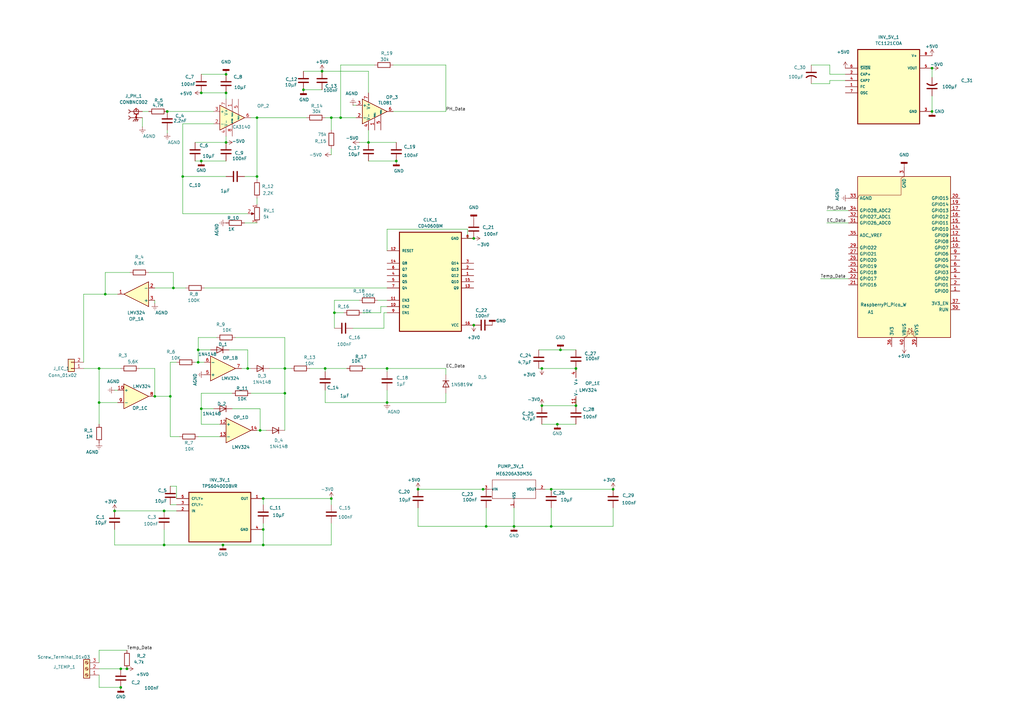
<source format=kicad_sch>
(kicad_sch (version 20250114) (generator "eeschema") (generator_version "9.0")
  (paper "A3")
  (junction (at 194.31 133.35))
  (junction (at 210.82 215.9))
  (junction (at 222.25 151.13))
  (junction (at 171.45 200.66))
  (junction (at 236.22 166.37))
  (junction (at 92.71 30.48))
  (junction (at 226.06 200.66))
  (junction (at 82.55 167.64))
  (junction (at 158.75 165.1))
  (junction (at 116.84 151.13))
  (junction (at 105.41 72.39))
  (junction (at 49.53 274.32))
  (junction (at 251.46 200.66))
  (junction (at 162.56 66.04))
  (junction (at 137.16 128.27))
  (junction (at 229.87 143.51))
  (junction (at 67.31 209.55))
  (junction (at 82.55 38.1))
  (junction (at 92.71 58.42))
  (junction (at 74.93 72.39))
  (junction (at 158.75 151.13))
  (junction (at 199.39 215.9))
  (junction (at 46.99 209.55))
  (junction (at 116.84 161.29))
  (junction (at 107.95 217.17))
  (junction (at 226.06 215.9))
  (junction (at 91.44 223.52))
  (junction (at 107.95 204.47))
  (junction (at 52.07 274.32))
  (junction (at 40.64 151.13))
  (junction (at 236.22 151.13))
  (junction (at 68.58 45.72))
  (junction (at 222.25 166.37))
  (junction (at 151.13 58.42))
  (junction (at 40.64 165.1))
  (junction (at 92.71 38.1))
  (junction (at 382.27 45.72))
  (junction (at 139.7 48.26))
  (junction (at 101.6 151.13))
  (junction (at 132.08 29.21))
  (junction (at 198.12 200.66))
  (junction (at 43.18 120.65))
  (junction (at 105.41 48.26))
  (junction (at 71.12 118.11))
  (junction (at 135.89 48.26))
  (junction (at 67.31 223.52))
  (junction (at 82.55 66.04))
  (junction (at 133.35 151.13))
  (junction (at 228.6 173.99))
  (junction (at 124.46 36.83))
  (junction (at 107.95 223.52))
  (junction (at 194.31 97.79))
  (junction (at 63.5 162.56))
  (junction (at 81.28 148.59))
  (junction (at 69.85 162.56))
  (junction (at 382.27 27.94))
  (junction (at 135.89 204.47))
  (junction (at 106.68 176.53))
  (junction (at 81.28 143.51))
  (junction (at 49.53 281.94))
  (wire (pts (xy 191.77 97.79) (xy 191.77 93.98)))
  (wire (pts (xy 71.12 118.11) (xy 71.12 111.76)))
  (wire (pts (xy 339.09 91.44) (xy 347.98 91.44)))
  (wire (pts (xy 34.29 151.13) (xy 40.64 151.13)))
  (wire (pts (xy 109.22 176.53) (xy 106.68 176.53)))
  (wire (pts (xy 74.93 87.63) (xy 101.6 87.63)))
  (wire (pts (xy 92.71 30.48) (xy 82.55 30.48)))
  (wire (pts (xy 210.82 215.9) (xy 210.82 208.28)))
  (wire (pts (xy 81.28 138.43) (xy 81.28 143.51)))
  (wire (pts (xy 133.35 48.26) (xy 135.89 48.26)))
  (wire (pts (xy 74.93 50.8) (xy 74.93 72.39)))
  (wire (pts (xy 228.6 173.99) (xy 236.22 173.99)))
  (wire (pts (xy 93.98 143.51) (xy 101.6 143.51)))
  (wire (pts (xy 105.41 48.26) (xy 105.41 72.39)))
  (wire (pts (xy 251.46 215.9) (xy 251.46 208.28)))
  (wire (pts (xy 83.82 148.59) (xy 81.28 148.59)))
  (wire (pts (xy 220.98 151.13) (xy 222.25 151.13)))
  (wire (pts (xy 90.17 173.99) (xy 82.55 173.99)))
  (wire (pts (xy 73.66 179.07) (xy 69.85 179.07)))
  (wire (pts (xy 135.89 204.47) (xy 107.95 204.47)))
  (wire (pts (xy 69.85 207.01) (xy 72.39 207.01)))
  (wire (pts (xy 100.33 91.44) (xy 105.41 91.44)))
  (wire (pts (xy 156.21 128.27) (xy 156.21 125.73)))
  (wire (pts (xy 222.25 151.13) (xy 236.22 151.13)))
  (wire (pts (xy 133.35 160.02) (xy 133.35 165.1)))
  (wire (pts (xy 116.84 138.43) (xy 116.84 151.13)))
  (wire (pts (xy 107.95 223.52) (xy 135.89 223.52)))
  (wire (pts (xy 48.26 165.1) (xy 40.64 165.1)))
  (wire (pts (xy 81.28 148.59) (xy 81.28 143.51)))
  (wire (pts (xy 49.53 151.13) (xy 40.64 151.13)))
  (wire (pts (xy 40.64 281.94) (xy 49.53 281.94)))
  (wire (pts (xy 149.86 151.13) (xy 158.75 151.13)))
  (wire (pts (xy 226.06 215.9) (xy 251.46 215.9)))
  (wire (pts (xy 156.21 125.73) (xy 158.75 125.73)))
  (wire (pts (xy 226.06 200.66) (xy 251.46 200.66)))
  (wire (pts (xy 222.25 166.37) (xy 236.22 166.37)))
  (wire (pts (xy 40.64 271.78) (xy 40.64 266.7)))
  (wire (pts (xy 82.55 173.99) (xy 82.55 167.64)))
  (wire (pts (xy 53.34 111.76) (xy 43.18 111.76)))
  (wire (pts (xy 74.93 72.39) (xy 74.93 87.63)))
  (wire (pts (xy 101.6 143.51) (xy 101.6 151.13)))
  (wire (pts (xy 105.41 48.26) (xy 125.73 48.26)))
  (wire (pts (xy 199.39 215.9) (xy 210.82 215.9)))
  (wire (pts (xy 135.89 48.26) (xy 139.7 48.26)))
  (wire (pts (xy 151.13 29.21) (xy 151.13 38.1)))
  (wire (pts (xy 82.55 66.04) (xy 92.71 66.04)))
  (wire (pts (xy 148.59 128.27) (xy 156.21 128.27)))
  (wire (pts (xy 124.46 29.21) (xy 132.08 29.21)))
  (wire (pts (xy 49.53 274.32) (xy 52.07 274.32)))
  (wire (pts (xy 154.94 123.19) (xy 158.75 123.19)))
  (wire (pts (xy 68.58 53.34) (xy 68.58 54.61)))
  (wire (pts (xy 72.39 204.47) (xy 72.39 199.39)))
  (wire (pts (xy 139.7 26.67) (xy 153.67 26.67)))
  (wire (pts (xy 158.75 151.13) (xy 182.88 151.13)))
  (wire (pts (xy 220.98 143.51) (xy 229.87 143.51)))
  (wire (pts (xy 346.71 33.02) (xy 340.36 33.02)))
  (wire (pts (xy 40.64 165.1) (xy 40.64 173.99)))
  (wire (pts (xy 199.39 215.9) (xy 199.39 208.28)))
  (wire (pts (xy 107.95 204.47) (xy 107.95 207.01)))
  (wire (pts (xy 236.22 152.4) (xy 236.22 151.13)))
  (wire (pts (xy 182.88 161.29) (xy 182.88 165.1)))
  (wire (pts (xy 223.52 200.66) (xy 226.06 200.66)))
  (wire (pts (xy 92.71 38.1) (xy 92.71 40.64)))
  (wire (pts (xy 46.99 209.55) (xy 67.31 209.55)))
  (wire (pts (xy 158.75 102.87) (xy 158.75 93.98)))
  (wire (pts (xy 46.99 160.02) (xy 48.26 160.02)))
  (wire (pts (xy 133.35 151.13) (xy 142.24 151.13)))
  (wire (pts (xy 46.99 217.17) (xy 46.99 223.52)))
  (wire (pts (xy 382.27 27.94) (xy 382.27 31.75)))
  (wire (pts (xy 74.93 72.39) (xy 92.71 72.39)))
  (wire (pts (xy 46.99 223.52) (xy 67.31 223.52)))
  (wire (pts (xy 140.97 128.27) (xy 137.16 128.27)))
  (wire (pts (xy 171.45 215.9) (xy 199.39 215.9)))
  (wire (pts (xy 67.31 217.17) (xy 67.31 223.52)))
  (wire (pts (xy 151.13 58.42) (xy 162.56 58.42)))
  (wire (pts (xy 92.71 55.88) (xy 92.71 58.42)))
  (wire (pts (xy 116.84 151.13) (xy 119.38 151.13)))
  (wire (pts (xy 101.6 151.13) (xy 99.06 151.13)))
  (wire (pts (xy 80.01 58.42) (xy 92.71 58.42)))
  (wire (pts (xy 158.75 93.98) (xy 191.77 93.98)))
  (wire (pts (xy 139.7 48.26) (xy 139.7 26.67)))
  (wire (pts (xy 63.5 124.46) (xy 63.5 123.19)))
  (wire (pts (xy 340.36 26.67) (xy 332.74 26.67)))
  (wire (pts (xy 151.13 53.34) (xy 151.13 58.42)))
  (wire (pts (xy 69.85 148.59) (xy 72.39 148.59)))
  (wire (pts (xy 340.36 34.29) (xy 332.74 34.29)))
  (wire (pts (xy 63.5 162.56) (xy 63.5 151.13)))
  (wire (pts (xy 72.39 199.39) (xy 69.85 199.39)))
  (wire (pts (xy 34.29 120.65) (xy 34.29 148.59)))
  (wire (pts (xy 43.18 120.65) (xy 48.26 120.65)))
  (wire (pts (xy 147.32 58.42) (xy 151.13 58.42)))
  (wire (pts (xy 137.16 134.62) (xy 137.16 128.27)))
  (wire (pts (xy 43.18 120.65) (xy 34.29 120.65)))
  (wire (pts (xy 81.28 179.07) (xy 90.17 179.07)))
  (wire (pts (xy 107.95 214.63) (xy 107.95 217.17)))
  (wire (pts (xy 222.25 173.99) (xy 228.6 173.99)))
  (wire (pts (xy 102.87 48.26) (xy 105.41 48.26)))
  (wire (pts (xy 101.6 151.13) (xy 102.87 151.13)))
  (wire (pts (xy 102.87 161.29) (xy 116.84 161.29)))
  (wire (pts (xy 63.5 118.11) (xy 71.12 118.11)))
  (wire (pts (xy 67.31 209.55) (xy 72.39 209.55)))
  (wire (pts (xy 127 151.13) (xy 133.35 151.13)))
  (wire (pts (xy 106.68 176.53) (xy 105.41 176.53)))
  (wire (pts (xy 199.39 200.66) (xy 198.12 200.66)))
  (wire (pts (xy 124.46 36.83) (xy 132.08 36.83)))
  (wire (pts (xy 135.89 214.63) (xy 135.89 223.52)))
  (wire (pts (xy 116.84 151.13) (xy 116.84 161.29)))
  (wire (pts (xy 71.12 111.76) (xy 60.96 111.76)))
  (wire (pts (xy 182.88 151.13) (xy 182.88 153.67)))
  (wire (pts (xy 161.29 26.67) (xy 182.88 26.67)))
  (wire (pts (xy 74.93 50.8) (xy 87.63 50.8)))
  (wire (pts (xy 157.48 134.62) (xy 157.48 128.27)))
  (wire (pts (xy 210.82 215.9) (xy 226.06 215.9)))
  (wire (pts (xy 82.55 161.29) (xy 82.55 167.64)))
  (wire (pts (xy 82.55 167.64) (xy 87.63 167.64)))
  (wire (pts (xy 382.27 39.37) (xy 382.27 45.72)))
  (wire (pts (xy 63.5 151.13) (xy 57.15 151.13)))
  (wire (pts (xy 161.29 45.72) (xy 182.88 45.72)))
  (wire (pts (xy 171.45 200.66) (xy 198.12 200.66)))
  (wire (pts (xy 71.12 118.11) (xy 76.2 118.11)))
  (wire (pts (xy 83.82 118.11) (xy 158.75 118.11)))
  (wire (pts (xy 182.88 26.67) (xy 182.88 45.72)))
  (wire (pts (xy 40.64 274.32) (xy 49.53 274.32)))
  (wire (pts (xy 43.18 111.76) (xy 43.18 120.65)))
  (wire (pts (xy 91.44 223.52) (xy 107.95 223.52)))
  (wire (pts (xy 226.06 215.9) (xy 226.06 208.28)))
  (wire (pts (xy 82.55 161.29) (xy 95.25 161.29)))
  (wire (pts (xy 116.84 151.13) (xy 110.49 151.13)))
  (wire (pts (xy 40.64 266.7) (xy 52.07 266.7)))
  (wire (pts (xy 229.87 143.51) (xy 236.22 143.51)))
  (wire (pts (xy 144.78 43.18) (xy 146.05 43.18)))
  (wire (pts (xy 144.78 134.62) (xy 157.48 134.62)))
  (wire (pts (xy 81.28 148.59) (xy 80.01 148.59)))
  (wire (pts (xy 191.77 97.79) (xy 194.31 97.79)))
  (wire (pts (xy 81.28 143.51) (xy 86.36 143.51)))
  (wire (pts (xy 133.35 151.13) (xy 133.35 152.4)))
  (wire (pts (xy 40.64 151.13) (xy 40.64 165.1)))
  (wire (pts (xy 132.08 29.21) (xy 151.13 29.21)))
  (wire (pts (xy 68.58 45.72) (xy 87.63 45.72)))
  (wire (pts (xy 236.22 163.83) (xy 236.22 166.37)))
  (wire (pts (xy 58.42 45.72) (xy 60.96 45.72)))
  (wire (pts (xy 69.85 162.56) (xy 69.85 179.07)))
  (wire (pts (xy 146.05 48.26) (xy 139.7 48.26)))
  (wire (pts (xy 135.89 48.26) (xy 135.89 53.34)))
  (wire (pts (xy 151.13 66.04) (xy 162.56 66.04)))
  (wire (pts (xy 340.36 30.48) (xy 340.36 26.67)))
  (wire (pts (xy 147.32 123.19) (xy 137.16 123.19)))
  (wire (pts (xy 135.89 207.01) (xy 135.89 204.47)))
  (wire (pts (xy 107.95 223.52) (xy 107.95 217.17)))
  (wire (pts (xy 137.16 128.27) (xy 137.16 123.19)))
  (wire (pts (xy 157.48 128.27) (xy 158.75 128.27)))
  (wire (pts (xy 63.5 162.56) (xy 69.85 162.56)))
  (wire (pts (xy 106.68 167.64) (xy 106.68 176.53)))
  (wire (pts (xy 69.85 148.59) (xy 69.85 162.56)))
  (wire (pts (xy 158.75 165.1) (xy 182.88 165.1)))
  (wire (pts (xy 105.41 73.66) (xy 105.41 72.39)))
  (wire (pts (xy 105.41 81.28) (xy 105.41 83.82)))
  (wire (pts (xy 339.09 86.36) (xy 347.98 86.36)))
  (wire (pts (xy 116.84 161.29) (xy 116.84 176.53)))
  (wire (pts (xy 100.33 72.39) (xy 105.41 72.39)))
  (wire (pts (xy 336.55 114.3) (xy 347.98 114.3)))
  (wire (pts (xy 158.75 151.13) (xy 158.75 152.4)))
  (wire (pts (xy 133.35 165.1) (xy 158.75 165.1)))
  (wire (pts (xy 40.64 276.86) (xy 40.64 281.94)))
  (wire (pts (xy 135.89 60.96) (xy 135.89 63.5)))
  (wire (pts (xy 91.44 223.52) (xy 67.31 223.52)))
  (wire (pts (xy 95.25 167.64) (xy 106.68 167.64)))
  (wire (pts (xy 158.75 160.02) (xy 158.75 165.1)))
  (wire (pts (xy 82.55 38.1) (xy 92.71 38.1)))
  (wire (pts (xy 340.36 33.02) (xy 340.36 34.29)))
  (wire (pts (xy 81.28 138.43) (xy 88.9 138.43)))
  (wire (pts (xy 96.52 138.43) (xy 116.84 138.43)))
  (wire (pts (xy 80.01 66.04) (xy 82.55 66.04)))
  (wire (pts (xy 346.71 30.48) (xy 340.36 30.48)))
  (wire (pts (xy 171.45 215.9) (xy 171.45 208.28)))
  (wire (pts (xy 58.42 52.07) (xy 58.42 48.26)))
  (label "EC_Data" (at 182.88 151.13 0))
  (label "Temp_Data" (at 336.55 114.3 0))
  (label "PH_Data" (at 339.09 86.36 0))
  (label "PH_Data" (at 182.88 45.72 0))
  (label "Temp_Data" (at 52.07 266.7 0))
  (label "EC_Data" (at 339.09 91.44 0))
  (symbol (lib_id "Library:C") (at 194.31 93.98 0) (mirror x) (unit 1)
    (property "Reference" "C_21" (at 197.866 93.218 0) (effects (justify left)))
    (property "Value" "100nF" (at 198.374 96.012 0) (effects (justify left)))
    (property "Footprint" "Capacitor_SMD:C_0402_1005Metric" (effects (hide yes)))
    (property "Description" "Unpolarized capacitor" (effects (hide yes)))
    (property "LCSC" "C1525" (effects (hide yes)))
  )
  (symbol (lib_id "Library:PMIC-LDO-XC6206P332MR-G(SOT23)") (at 210.82 200.66 0) (unit 1)
    (property "Reference" "PUMP_3V_1" (at 209.55 191.262 0))
    (property "Value" "ME6206A30M3G" (at 210.82 194.31 0))
    (property "Footprint" "Package_TO_SOT_SMD:SOT-23" (effects (hide yes)))
    (property "MPN" "XC6206P332MR-G" (effects (hide yes)))
    (property "VALUE" "XC6206P332MR-G-SOT23" (effects (hide yes)))
    (property "LCSC" "C487911" (effects (hide yes)))
  )
  (symbol (lib_id "Library:C") (at 80.01 62.23 0) (unit 1)
    (property "Reference" "C_6" (at 81.788 59.69 0) (effects (justify left)))
    (property "Value" "10µF" (at 83.058 64.008 0) (effects (justify left)))
    (property "Footprint" "Capacitor_SMD:C_0201_0603Metric" (effects (hide yes)))
    (property "Description" "Unpolarized capacitor" (effects (hide yes)))
    (property "LCSC" "C1691" (effects (hide yes)))
  )
  (symbol (lib_id "Library:GNDD") (at 92.71 30.48 180) (unit 1)
    (property "Reference" "#PWR055" (effects (hide yes)))
    (property "Value" "GND" (at 92.71 25.4 0))
    (property "Description" "Power symbol creates a global label with name \"GNDD\" , digital ground" (effects (hide yes)))
  )
  (symbol (lib_id "Library:TC1121COA") (at 364.49 35.56 0) (unit 1)
    (property "Reference" "INV_5V_1" (at 364.49 15.24 0))
    (property "Value" "TC1121COA" (at 364.49 17.78 0))
    (property "Footprint" "TC1121COA:SOIC127P599X175-8N" (effects (hide yes)))
    (property "MF" "Microchip" (effects (hide yes)))
    (property "Description_1" "Charge Pump Switching Regulator IC Negative Fixed -Vin 1 Output 100mA 8-SOIC (0.154, 3.90mm Width)" (effects (hide yes)))
    (property "Package" "SOIC-8 Microchip" (effects (hide yes)))
    (property "Price" "None" (effects (hide yes)))
    (property "SnapEDA_Link" "https://www.snapeda.com/parts/TC1121COA/Microchip+Technology/view-part/?ref=snap" (effects (hide yes)))
    (property "MP" "TC1121COA" (effects (hide yes)))
    (property "Availability" "In Stock" (effects (hide yes)))
    (property "Check_prices" "https://www.snapeda.com/parts/TC1121COA/Microchip+Technology/view-part/?ref=eda" (effects (hide yes)))
    (property "LCSC" "C27529401" (effects (hide yes)))
  )
  (symbol (lib_id "Library:GNDD") (at 210.82 215.9 0) (unit 1)
    (property "Reference" "#PWR042" (effects (hide yes)))
    (property "Value" "GND" (at 210.82 219.71 0))
    (property "Description" "Power symbol creates a global label with name \"GNDD\" , digital ground" (effects (hide yes)))
  )
  (symbol (lib_id "Library:CD4060BM") (at 176.53 115.57 0) (mirror x) (unit 1)
    (property "Reference" "CLK_1" (at 176.53 90.17 0))
    (property "Value" "CD4060BM" (at 176.53 92.71 0))
    (property "Footprint" "CD4060BM:SOIC127P600X175-16N" (effects (hide yes)))
    (property "MF" "Texas Instruments" (effects (hide yes)))
    (property "Description_1" "CMOS 14-Stage Ripple-Carry Binary Counter/Divider and Oscillator" (effects (hide yes)))
    (property "Package" "SOIC-16 Texas Instruments" (effects (hide yes)))
    (property "Price" "None" (effects (hide yes)))
    (property "SnapEDA_Link" "https://www.snapeda.com/parts/CD4060BM/Texas+Instruments/view-part/?ref=snap" (effects (hide yes)))
    (property "MP" "CD4060BM" (effects (hide yes)))
    (property "Availability" "In Stock" (effects (hide yes)))
    (property "Check_prices" "https://www.snapeda.com/parts/CD4060BM/Texas+Instruments/view-part/?ref=eda" (effects (hide yes)))
    (property "LCSC" "C555139 " (effects (hide yes)))
  )
  (symbol (lib_id "Library:+3V0") (at 251.46 200.66 0) (mirror y) (unit 1)
    (property "Reference" "#PWR034" (effects (hide yes)))
    (property "Value" "+3V0" (at 247.142 196.85 0) (effects (justify right)))
    (property "Description" "Power symbol creates a global label with name \"+3V0\"" (effects (hide yes)))
  )
  (symbol (lib_id "Library:R") (at 96.52 91.44 90) (mirror x) (unit 1)
    (property "Reference" "R_10" (at 98.044 89.408 90) (effects (justify left)))
    (property "Value" "1K" (at 96.266 93.98 90) (effects (justify left)))
    (property "Footprint" "Resistor_SMD:R_1206_3216Metric" (effects (hide yes)))
    (property "Description" "Resistor" (effects (hide yes)))
    (property "LCSC" "C1469" (effects (hide yes)))
  )
  (symbol (lib_id "Library:R") (at 135.89 57.15 180) (unit 1)
    (property "Reference" "R_15" (at 129.032 57.912 0) (effects (justify right)))
    (property "Value" "75k" (at 130.302 55.118 0) (effects (justify right)))
    (property "Footprint" "Resistor_SMD:R_0805_2012Metric" (effects (hide yes)))
    (property "Description" "Resistor" (effects (hide yes)))
    (property "LCSC" "C17819" (effects (hide yes)))
  )
  (symbol (lib_name "R_1") (lib_id "Library:R_1") (at 64.77 45.72 90) (unit 1)
    (property "Reference" "R_5" (at 63.246 41.148 90) (effects (justify right)))
    (property "Value" "4,7M" (at 62.484 43.18 90) (effects (justify right)))
    (property "Footprint" "Resistor_SMD:R_0402_1005Metric" (effects (hide yes)))
    (property "Description" "Resistor" (effects (hide yes)))
    (property "LCSC" "C11906" (effects (hide yes)))
  )
  (symbol (lib_id "Library:Earth") (at 158.75 165.1 0) (unit 1)
    (property "Reference" "#PWR039" (effects (hide yes)))
    (property "Value" "AGND" (at 161.544 168.91 0))
    (property "Description" "Power symbol creates a global label with name \"Earth\"" (effects (hide yes)))
  )
  (symbol (lib_id "Library:LMV324") (at 238.76 158.75 0) (unit 5)
    (property "Reference" "OP_1" (at 240.03 157.226 0) (effects (justify left)))
    (property "Value" "LMV324" (at 237.49 160.0199 0) (effects (justify left)))
    (property "Footprint" "LMV324IDR:SOIC127P600X175-14N" (effects (hide yes)))
    (property "Datasheet" "http://www.ti.com/lit/ds/symlink/lmv324.pdf" (effects (hide yes)))
    (property "Description" "Quad Low-Voltage Rail-to-Rail Output Operational Amplifier, SOIC-14/SSOP-14" (effects (hide yes)))
    (property "LCSC" "C7974" (effects (hide yes)))
  )
  (symbol (lib_id "Library:GNDD") (at 370.84 68.58 180) (unit 1)
    (property "Reference" "#PWR033" (effects (hide yes)))
    (property "Value" "GND" (at 370.84 63.5 0))
    (property "Description" "Power symbol creates a global label with name \"GNDD\" , digital ground" (effects (hide yes)))
  )
  (symbol (lib_id "Library:C") (at 140.97 134.62 90) (mirror x) (unit 1)
    (property "Reference" "C_16" (at 147.828 138.43 90) (effects (justify left)))
    (property "Value" "100nF" (at 144.272 141.224 90) (effects (justify left)))
    (property "Footprint" "Capacitor_SMD:C_0402_1005Metric" (effects (hide yes)))
    (property "Description" "Unpolarized capacitor" (effects (hide yes)))
    (property "LCSC" "C1525" (effects (hide yes)))
  )
  (symbol (lib_id "Library:GNDD") (at 228.6 173.99 0) (unit 1)
    (property "Reference" "#PWR036" (effects (hide yes)))
    (property "Value" "GND" (at 228.6 177.8 0))
    (property "Description" "Power symbol creates a global label with name \"GNDD\" , digital ground" (effects (hide yes)))
  )
  (symbol (lib_id "Library:1N4148") (at 90.17 143.51 180) (unit 1)
    (property "Reference" "D_1" (at 91.44 141.224 0))
    (property "Value" "1N4148" (at 85.09 145.288 0))
    (property "Footprint" "Diode_SMD:D_SOD-123" (effects (hide yes)))
    (property "Datasheet" "https://assets.nexperia.com/documents/data-sheet/1N4148_1N4448.pdf" (effects (hide yes)))
    (property "Description" "100V 0.15A standard switching diode, DO-35" (effects (hide yes)))
    (property "Sim.Device" "D" (effects (hide yes)))
    (property "Sim.Pins" "1=K 2=A" (effects (hide yes)))
    (property "LCSC" "C2099 " (effects (hide yes)))
  )
  (symbol (lib_id "Library:R") (at 77.47 179.07 90) (unit 1)
    (property "Reference" "R_7" (at 77.47 181.61 90))
    (property "Value" "10K" (at 77.724 184.15 90))
    (property "Footprint" "Resistor_SMD:R_1206_3216Metric" (effects (hide yes)))
    (property "Description" "Resistor" (effects (hide yes)))
    (property "LCSC" "C1489" (effects (hide yes)))
  )
  (symbol (lib_id "Library:C") (at 132.08 33.02 0) (unit 1)
    (property "Reference" "C_13" (at 133.35 35.306 0) (effects (justify left)))
    (property "Value" "100nF" (at 132.588 37.084 0) (effects (justify left)))
    (property "Footprint" "Capacitor_SMD:C_0402_1005Metric" (effects (hide yes)))
    (property "Description" "Unpolarized capacitor" (effects (hide yes)))
    (property "LCSC" "C1525" (effects (hide yes)))
  )
  (symbol (lib_id "Library:R") (at 92.71 138.43 90) (unit 1)
    (property "Reference" "R_9" (at 88.646 133.096 90) (effects (justify right)))
    (property "Value" "10K" (at 91.186 135.382 90) (effects (justify right)))
    (property "Footprint" "Resistor_SMD:R_1206_3216Metric" (effects (hide yes)))
    (property "Description" "Resistor" (effects (hide yes)))
    (property "LCSC" "C1489" (effects (hide yes)))
  )
  (symbol (lib_id "Library:C") (at 251.46 204.47 0) (unit 1)
    (property "Reference" "C_29" (at 255.27 203.2 0) (effects (justify left)))
    (property "Value" "100nF" (at 255.016 206.248 0) (effects (justify left)))
    (property "Footprint" "Capacitor_SMD:C_0402_1005Metric" (effects (hide yes)))
    (property "Description" "Unpolarized capacitor" (effects (hide yes)))
    (property "LCSC" "C1525" (effects (hide yes)))
  )
  (symbol (lib_id "Library:+3V0") (at 52.07 274.32 270) (mirror x) (unit 1)
    (property "Reference" "#PWR02" (effects (hide yes)))
    (property "Value" "+5V0" (at 58.42 276.606 90))
    (property "Description" "Power symbol creates a global label with name \"+3V0\"" (effects (hide yes)))
  )
  (symbol (lib_id "Library:C") (at 135.89 210.82 0) (unit 1)
    (property "Reference" "C_15" (at 138.938 208.28 0) (effects (justify left)))
    (property "Value" "100nF" (at 138.684 212.09 0) (effects (justify left)))
    (property "Footprint" "Capacitor_SMD:C_0402_1005Metric" (effects (hide yes)))
    (property "Description" "Unpolarized capacitor" (effects (hide yes)))
    (property "LCSC" "C1525" (effects (hide yes)))
  )
  (symbol (lib_id "Library:C") (at 69.85 203.2 0) (unit 1)
    (property "Reference" "C_5" (at 64.77 201.168 0) (effects (justify left)))
    (property "Value" "10µF" (at 63.5 205.486 0) (effects (justify left)))
    (property "Footprint" "Capacitor_SMD:C_0201_0603Metric" (effects (hide yes)))
    (property "Description" "Unpolarized capacitor" (effects (hide yes)))
    (property "LCSC" "C1691" (effects (hide yes)))
  )
  (symbol (lib_id "Library:GNDD") (at 382.27 45.72 0) (unit 1)
    (property "Reference" "#PWR015" (effects (hide yes)))
    (property "Value" "GND" (at 387.35 45.72 0) (effects (justify right)))
    (property "Description" "Power symbol creates a global label with name \"GNDD\" , digital ground" (effects (hide yes)))
  )
  (symbol (lib_id "Library:+5V") (at 147.32 58.42 90) (unit 1)
    (property "Reference" "#PWR028" (effects (hide yes)))
    (property "Value" "-5V0" (at 147.066 56.642 90) (effects (justify left)))
    (property "Description" "Power symbol creates a global label with name \"+5V\"" (effects (hide yes)))
  )
  (symbol (lib_id "Library:LMV324") (at 91.44 151.13 0) (mirror x) (unit 2)
    (property "Reference" "OP_1" (at 94.488 146.812 0))
    (property "Value" "LMV324" (at 94.488 155.194 0))
    (property "Footprint" "LMV324IDR:SOIC127P600X175-14N" (effects (hide yes)))
    (property "Datasheet" "http://www.ti.com/lit/ds/symlink/lmv324.pdf" (effects (hide yes)))
    (property "Description" "Quad Low-Voltage Rail-to-Rail Output Operational Amplifier, SOIC-14/SSOP-14" (effects (hide yes)))
    (property "LCSC" "C7974" (effects (hide yes)))
  )
  (symbol (lib_id "Library:Earth") (at 63.5 124.46 0) (unit 1)
    (property "Reference" "#PWR014" (effects (hide yes)))
    (property "Value" "AGND" (at 66.294 128.27 0))
    (property "Description" "Power symbol creates a global label with name \"Earth\"" (effects (hide yes)))
  )
  (symbol (lib_id "Library:R") (at 151.13 123.19 90) (mirror x) (unit 1)
    (property "Reference" "R_18" (at 144.78 119.38 90) (effects (justify right)))
    (property "Value" "100K" (at 148.59 121.92 90) (effects (justify right bottom)))
    (property "Footprint" "Resistor_SMD:R_0603_1608Metric" (effects (hide yes)))
    (property "Description" "Resistor" (effects (hide yes)))
    (property "LCSC" "C14675" (effects (hide yes)))
  )
  (symbol (lib_id "Library:GNDD") (at 124.46 36.83 0) (unit 1)
    (property "Reference" "#PWR023" (effects (hide yes)))
    (property "Value" "GND" (at 122.682 40.894 0) (effects (justify left)))
    (property "Description" "Power symbol creates a global label with name \"GNDD\" , digital ground" (effects (hide yes)))
  )
  (symbol (lib_id "Library:GNDD") (at 162.56 66.04 0) (unit 1)
    (property "Reference" "#PWR058" (effects (hide yes)))
    (property "Value" "GND" (at 161.544 70.104 0) (effects (justify left)))
    (property "Description" "Power symbol creates a global label with name \"GNDD\" , digital ground" (effects (hide yes)))
  )
  (symbol (lib_id "Library:C_US") (at 332.74 30.48 0) (unit 1)
    (property "Reference" "C_30" (at 325.628 27.686 0) (effects (justify left)))
    (property "Value" "100µF" (at 323.342 31.496 0) (effects (justify left)))
    (property "Footprint" "TAJC106K010RNJ:CAPPM6032X280N" (effects (hide yes)))
    (property "Description" "capacitor, US symbol" (effects (hide yes)))
    (property "LCSC" "C7222" (effects (hide yes)))
  )
  (symbol (lib_id "Library:C") (at 133.35 156.21 0) (unit 1)
    (property "Reference" "C_14" (at 134.112 159.004 0) (effects (justify left)))
    (property "Value" "1µF" (at 139.446 162.306 0) (effects (justify left)))
    (property "Footprint" "Capacitor_SMD:C_0201_0603Metric" (effects (hide yes)))
    (property "Description" "Unpolarized capacitor" (effects (hide yes)))
    (property "LCSC" "C1592 " (effects (hide yes)))
  )
  (symbol (lib_id "Library:C") (at 67.31 213.36 0) (unit 1)
    (property "Reference" "C_3" (at 60.452 212.09 0) (effects (justify left)))
    (property "Value" "100nF" (at 58.928 214.884 0) (effects (justify left)))
    (property "Footprint" "Capacitor_SMD:C_0402_1005Metric" (effects (hide yes)))
    (property "Description" "Unpolarized capacitor" (effects (hide yes)))
    (property "LCSC" "C1525" (effects (hide yes)))
  )
  (symbol (lib_id "Library:+5V") (at 370.84 142.24 180) (unit 1)
    (property "Reference" "#PWR03" (effects (hide yes)))
    (property "Value" "+5V0" (at 368.046 146.05 0) (effects (justify right)))
    (property "Description" "Power symbol creates a global label with name \"+5V\"" (effects (hide yes)))
  )
  (symbol (lib_id "Library:R") (at 53.34 151.13 90) (mirror x) (unit 1)
    (property "Reference" "R_3" (at 48.514 145.796 90) (effects (justify right)))
    (property "Value" "5,6K" (at 52.324 148.336 90) (effects (justify right)))
    (property "Footprint" "Resistor_SMD:R_0805_2012Metric" (effects (hide yes)))
    (property "Description" "Resistor" (effects (hide yes)))
    (property "LCSC" "C4382" (effects (hide yes)))
  )
  (symbol (lib_id "Library:C") (at 92.71 62.23 0) (unit 1)
    (property "Reference" "C_9" (at 96.266 62.738 0) (effects (justify left)))
    (property "Value" "100nF" (at 95.25 65.024 0) (effects (justify left)))
    (property "Footprint" "Capacitor_SMD:C_0402_1005Metric" (effects (hide yes)))
    (property "Description" "Unpolarized capacitor" (effects (hide yes)))
    (property "LCSC" "C1525" (effects (hide yes)))
  )
  (symbol (lib_id "Library:GNDD") (at 82.55 66.04 0) (unit 1)
    (property "Reference" "#PWR010" (effects (hide yes)))
    (property "Value" "GND" (at 82.55 69.85 0))
    (property "Description" "Power symbol creates a global label with name \"GNDD\" , digital ground" (effects (hide yes)))
  )
  (symbol (lib_id "Library:+5V") (at 382.27 22.86 0) (unit 1)
    (property "Reference" "#PWR04" (effects (hide yes)))
    (property "Value" "+5V0" (at 384.81 19.05 0) (effects (justify right)))
    (property "Description" "Power symbol creates a global label with name \"+5V\"" (effects (hide yes)))
  )
  (symbol (lib_id "Library:LMV324") (at 55.88 120.65 180) (unit 1)
    (property "Reference" "OP_1" (at 55.88 130.81 0))
    (property "Value" "LMV324" (at 55.88 128.27 0))
    (property "Footprint" "LMV324IDR:SOIC127P600X175-14N" (effects (hide yes)))
    (property "Datasheet" "http://www.ti.com/lit/ds/symlink/lmv324.pdf" (effects (hide yes)))
    (property "Description" "Quad Low-Voltage Rail-to-Rail Output Operational Amplifier, SOIC-14/SSOP-14" (effects (hide yes)))
    (property "LCSC" "C7974" (effects (hide yes)))
  )
  (symbol (lib_id "Library:CA3140") (at 95.25 48.26 0) (unit 1)
    (property "Reference" "OP_2" (at 107.95 43.434 0))
    (property "Value" "CA3140" (at 99.06 52.07 0))
    (property "Footprint" "TSIC_306_SOP-8:SOIC127P602X173-8N" (effects (hide yes)))
    (property "Datasheet" "http://www.intersil.com/content/dam/intersil/documents/ca31/ca3140-a.pdf" (effects (hide yes)))
    (property "Description" "4.5MHz, BiMOS Operational Amplifier with MOSFET Input/Bipolar Output, DIP-8/SOIC-8" (effects (hide yes)))
    (property "LCSC" "C5157700 " (effects (hide yes)))
  )
  (symbol (lib_id "Library:+5V") (at 346.71 27.94 0) (unit 1)
    (property "Reference" "#PWR016" (effects (hide yes)))
    (property "Value" "+5V0" (at 348.488 21.336 0) (effects (justify right)))
    (property "Description" "Power symbol creates a global label with name \"+5V\"" (effects (hide yes)))
  )
  (symbol (lib_id "Library:C") (at 124.46 33.02 0) (unit 1)
    (property "Reference" "C_12" (at 117.094 32.512 0) (effects (justify left)))
    (property "Value" "10µF" (at 116.84 34.798 0) (effects (justify left)))
    (property "Footprint" "Capacitor_SMD:C_0201_0603Metric" (effects (hide yes)))
    (property "Description" "Unpolarized capacitor" (effects (hide yes)))
    (property "LCSC" "C1691" (effects (hide yes)))
  )
  (symbol (lib_id "Library:C") (at 68.58 49.53 0) (unit 1)
    (property "Reference" "C_4" (at 71.882 47.498 0) (effects (justify left)))
    (property "Value" "2,2nF" (at 71.12 49.53 0) (effects (justify left)))
    (property "Footprint" "Capacitor_SMD:C_0201_0603Metric" (effects (hide yes)))
    (property "Description" "Unpolarized capacitor" (effects (hide yes)))
    (property "LCSC" "C1531" (effects (hide yes)))
  )
  (symbol (lib_id "Library:Screw_Terminal_01x03") (at 35.56 274.32 180) (unit 1)
    (property "Reference" "J_TEMP_1" (at 26.416 273.558 0))
    (property "Value" "Screw_Terminal_01x03" (at 26.162 269.494 0))
    (property "Footprint" "282834-3:TE_282834-3" (effects (hide yes)))
    (property "Description" "Generic screw terminal, single row, 01x03, script generated (kicad-library-utils/schlib/autogen/connector/)" (effects (hide yes)))
    (property "LCSC" "C5172753" (effects (hide yes)))
  )
  (symbol (lib_id "Library:1N4148") (at 182.88 157.48 270) (unit 1)
    (property "Reference" "D_5" (at 197.866 154.686 90))
    (property "Value" "1N5819W" (at 189.484 157.734 90))
    (property "Footprint" "Diode_SMD:D_SOD-123F" (effects (hide yes)))
    (property "Datasheet" "https://assets.nexperia.com/documents/data-sheet/1N4148_1N4448.pdf" (effects (hide yes)))
    (property "Description" "100V 0.15A standard switching diode, DO-35" (effects (hide yes)))
    (property "Sim.Device" "D" (effects (hide yes)))
    (property "Sim.Pins" "1=K 2=A" (effects (hide yes)))
    (property "LCSC" "C169540" (effects (hide yes)))
  )
  (symbol (lib_id "Library:Earth") (at 83.82 153.67 270) (unit 1)
    (property "Reference" "#PWR013" (effects (hide yes)))
    (property "Value" "AGND" (at 80.01 155.702 0))
    (property "Description" "Power symbol creates a global label with name \"Earth\"" (effects (hide yes)))
  )
  (symbol (lib_id "Library:R") (at 129.54 48.26 90) (unit 1)
    (property "Reference" "R_14" (at 127.508 43.434 90) (effects (justify right)))
    (property "Value" "30k" (at 128.016 45.72 90) (effects (justify right)))
    (property "Footprint" "Resistor_SMD:R_0603_1608Metric" (effects (hide yes)))
    (property "Description" "Resistor" (effects (hide yes)))
    (property "LCSC" "C18681" (effects (hide yes)))
  )
  (symbol (lib_id "Library:+5V") (at 132.08 29.21 0) (unit 1)
    (property "Reference" "#PWR024" (effects (hide yes)))
    (property "Value" "+5V0" (at 132.08 25.4 0))
    (property "Description" "Power symbol creates a global label with name \"+5V\"" (effects (hide yes)))
  )
  (symbol (lib_id "Library:RaspberryPi_Pico_W") (at 370.84 104.14 180) (unit 1)
    (property "Reference" "A1" (at 358.394 128.016 0) (effects (justify left)))
    (property "Value" "RaspberryPi_Pico_W" (at 371.856 124.968 0) (effects (justify left)))
    (property "Footprint" "Module:RaspberryPi_Pico_Common_THT" (effects (hide yes)))
    (property "Datasheet" "https://datasheets.raspberrypi.com/picow/pico-w-datasheet.pdf" (effects (hide yes)))
    (property "Description" "Versatile and inexpensive wireless microcontroller module powered by RP2040 dual-core Arm Cortex-M0+ processor up to 133 MHz, 264kB SRAM, 2MB QSPI flash, Infineon CYW43439 2.4GHz 802.11n wireless LAN; also supports Raspberry Pi Pico 2 W" (effects (hide yes)))
  )
  (symbol (lib_id "Library:Earth") (at 347.98 81.28 270) (unit 1)
    (property "Reference" "#PWR032" (effects (hide yes)))
    (property "Value" "AGND" (at 343.408 79.756 0))
    (property "Description" "Power symbol creates a global label with name \"Earth\"" (effects (hide yes)))
  )
  (symbol (lib_id "Library:TL081") (at 153.67 45.72 0) (unit 1)
    (property "Reference" "OP_3" (at 160.782 39.878 0))
    (property "Value" "TL081" (at 157.988 42.164 0))
    (property "Footprint" "TL081CDR:SOIC127P599X175-8N" (effects (hide yes)))
    (property "Datasheet" "http://www.ti.com/lit/ds/symlink/tl081.pdf" (effects (hide yes)))
    (property "Description" "Single JFET-Input Operational Amplifiers, DIP-8/SOIC-8" (effects (hide yes)))
    (property "LCSC" "C6965" (effects (hide yes)))
  )
  (symbol (lib_id "Library:+5V") (at 135.89 63.5 90) (unit 1)
    (property "Reference" "#PWR029" (effects (hide yes)))
    (property "Value" "-5V0" (at 132.08 63.4999 90) (effects (justify left)))
    (property "Description" "Power symbol creates a global label with name \"+5V\"" (effects (hide yes)))
  )
  (symbol (lib_id "Library:C") (at 96.52 72.39 90) (unit 1)
    (property "Reference" "C_10" (at 77.47 75.946 90) (effects (justify right)))
    (property "Value" "1µF" (at 90.424 78.232 90) (effects (justify right)))
    (property "Footprint" "Capacitor_SMD:C_0201_0603Metric" (effects (hide yes)))
    (property "Description" "Unpolarized capacitor" (effects (hide yes)))
    (property "LCSC" "C1592 " (effects (hide yes)))
  )
  (symbol (lib_id "Library:+3V0") (at 46.99 209.55 0) (mirror y) (unit 1)
    (property "Reference" "#PWR018" (effects (hide yes)))
    (property "Value" "+3V0" (at 42.672 205.74 0) (effects (justify right)))
    (property "Description" "Power symbol creates a global label with name \"+3V0\"" (effects (hide yes)))
  )
  (symbol (lib_id "Library:GNDD") (at 201.93 133.35 0) (mirror x) (unit 1)
    (property "Reference" "#PWR0103" (effects (hide yes)))
    (property "Value" "GND" (at 205.486 131.572 0))
    (property "Description" "Power symbol creates a global label with name \"GNDD\" , digital ground" (effects (hide yes)))
  )
  (symbol (lib_id "Library:GNDD") (at 91.44 223.52 0) (unit 1)
    (property "Reference" "#PWR045" (effects (hide yes)))
    (property "Value" "GND" (at 91.44 227.33 0))
    (property "Description" "Power symbol creates a global label with name \"GNDD\" , digital ground" (effects (hide yes)))
  )
  (symbol (lib_id "Library:R") (at 76.2 148.59 90) (unit 1)
    (property "Reference" "R_6" (at 70.104 144.272 90))
    (property "Value" "10K" (at 72.136 146.812 90))
    (property "Footprint" "Resistor_SMD:R_1206_3216Metric" (effects (hide yes)))
    (property "Description" "Resistor" (effects (hide yes)))
    (property "LCSC" "C1489" (effects (hide yes)))
  )
  (symbol (lib_id "Library:1N4148") (at 106.68 151.13 180) (unit 1)
    (property "Reference" "D_3" (at 107.442 154.178 0))
    (property "Value" "1N4148" (at 107.442 156.718 0))
    (property "Footprint" "Diode_SMD:D_SOD-123" (effects (hide yes)))
    (property "Datasheet" "https://assets.nexperia.com/documents/data-sheet/1N4148_1N4448.pdf" (effects (hide yes)))
    (property "Description" "100V 0.15A standard switching diode, DO-35" (effects (hide yes)))
    (property "Sim.Device" "D" (effects (hide yes)))
    (property "Sim.Pins" "1=K 2=A" (effects (hide yes)))
    (property "LCSC" "C2099 " (effects (hide yes)))
  )
  (symbol (lib_id "Library:C") (at 171.45 204.47 0) (unit 1)
    (property "Reference" "C_20" (at 163.322 201.676 0) (effects (justify left)))
    (property "Value" "10µF" (at 163.576 204.978 0) (effects (justify left)))
    (property "Footprint" "Capacitor_SMD:C_0201_0603Metric" (effects (hide yes)))
    (property "Description" "Unpolarized capacitor" (effects (hide yes)))
    (property "LCSC" "C1691" (effects (hide yes)))
  )
  (symbol (lib_id "Library:GNDD") (at 49.53 281.94 0) (unit 1)
    (property "Reference" "#PWR01" (effects (hide yes)))
    (property "Value" "GND" (at 49.53 285.75 0))
    (property "Description" "Power symbol creates a global label with name \"GNDD\" , digital ground" (effects (hide yes)))
  )
  (symbol (lib_id "Library:R") (at 40.64 177.8 0) (mirror x) (unit 1)
    (property "Reference" "R_1" (at 38.1 176.5299 0) (effects (justify right)))
    (property "Value" "1M" (at 38.1 179.0699 0) (effects (justify right)))
    (property "Footprint" "Resistor_SMD:R_1206_3216Metric" (effects (hide yes)))
    (property "Description" "Resistor" (effects (hide yes)))
    (property "LCSC" "C17927" (effects (hide yes)))
  )
  (symbol (lib_id "Library:R_Potentiometer") (at 105.41 87.63 0) (mirror y) (unit 1)
    (property "Reference" "RV_1" (at 107.95 86.3599 0) (effects (justify right)))
    (property "Value" "5k" (at 107.95 88.8999 0) (effects (justify right)))
    (property "Footprint" "3314J-1-502E:TRIM_3314J-1-502E" (effects (hide yes)))
    (property "Description" "Potentiometer" (effects (hide yes)))
    (property "LCSC" "C58391" (effects (hide yes)))
  )
  (symbol (lib_id "Library:+3V0") (at 194.31 133.35 0) (mirror x) (unit 1)
    (property "Reference" "#PWR0102" (effects (hide yes)))
    (property "Value" "+3V0" (at 194.31 138.43 0))
    (property "Description" "Power symbol creates a global label with name \"+3V0\"" (effects (hide yes)))
  )
  (symbol (lib_id "Library:R") (at 123.19 151.13 90) (unit 1)
    (property "Reference" "R_13" (at 127 146.558 90))
    (property "Value" "10K" (at 127 149.098 90))
    (property "Footprint" "Resistor_SMD:R_1206_3216Metric" (effects (hide yes)))
    (property "Description" "Resistor" (effects (hide yes)))
    (property "LCSC" "C1489" (effects (hide yes)))
  )
  (symbol (lib_id "Library:TPS60400DBVR") (at 90.17 212.09 0) (unit 1)
    (property "Reference" "INV_3V_1" (at 90.17 196.85 0))
    (property "Value" "TPS60400DBVR" (at 90.17 199.39 0))
    (property "Footprint" "TPS60400DBVR:SOT95P280X145-5N" (effects (hide yes)))
    (property "LCSC" "C9839" (effects (hide yes)))
  )
  (symbol (lib_id "Library:Conn_01x02") (at 29.21 151.13 180) (unit 1)
    (property "Reference" "J_EC_1" (at 25.146 151.13 0))
    (property "Value" "Conn_01x02" (at 25.654 153.924 0))
    (property "Footprint" "B2B-XH-A:JST_B2B-XH-A" (effects (hide yes)))
    (property "Description" "Generic connector, single row, 01x02, script generated (kicad-library-utils/schlib/autogen/connector/)" (effects (hide yes)))
    (property "LCSC" "C158012" (effects (hide yes)))
  )
  (symbol (lib_id "Library:+5V") (at 382.27 27.94 270) (unit 1)
    (property "Reference" "#PWR017" (effects (hide yes)))
    (property "Value" "-5V0" (at 381.508 26.416 90) (effects (justify left)))
    (property "Description" "Power symbol creates a global label with name \"+5V\"" (effects (hide yes)))
  )
  (symbol (lib_id "Library:C") (at 226.06 204.47 0) (unit 1)
    (property "Reference" "C_26" (at 226.822 202.184 0) (effects (justify left)))
    (property "Value" "10µF" (at 229.87 204.978 0) (effects (justify left)))
    (property "Footprint" "Capacitor_SMD:C_0201_0603Metric" (effects (hide yes)))
    (property "Description" "Unpolarized capacitor" (effects (hide yes)))
    (property "LCSC" "C1691" (effects (hide yes)))
  )
  (symbol (lib_id "Library:CONBNC002") (at 55.88 45.72 0) (unit 1)
    (property "Reference" "J_PH_1" (at 54.8005 39.37 0))
    (property "Value" "CONBNC002" (at 54.8005 41.91 0))
    (property "Footprint" "CONBNC002:LINX_CONBNC002" (effects (hide yes)))
    (property "SnapEDA_Link" "https://www.snapeda.com/parts/CONBNC002/TE+Connectivity/view-part/?ref=snap" (effects (hide yes)))
    (property "Check_prices" "https://www.snapeda.com/parts/CONBNC002/TE+Connectivity/view-part/?ref=eda" (effects (hide yes)))
    (property "Package" "None" (effects (hide yes)))
    (property "Price" "None" (effects (hide yes)))
    (property "MF" "TE Connectivity" (effects (hide yes)))
    (property "MP" "CONBNC002" (effects (hide yes)))
    (property "Purchase-URL" "https://www.snapeda.com/api/url_track_click_mouser/?unipart_id=10849425&manufacturer=Linx Technologies Inc.&part_name=CONBNC002&search_term=None" (effects (hide yes)))
    (property "Availability" "In Stock" (effects (hide yes)))
    (property "Description_1" "BNC Jack 50 Ohm PCB Through Hole" (effects (hide yes)))
    (property "LCSC" "C22442694" (effects (hide yes)))
  )
  (symbol (lib_id "Library:R") (at 52.07 270.51 0) (mirror x) (unit 1)
    (property "Reference" "R_2" (at 56.134 268.986 0) (effects (justify left)))
    (property "Value" "4,7k" (at 54.864 271.526 0) (effects (justify left)))
    (property "Footprint" "Resistor_SMD:R_0805_2012Metric" (effects (hide yes)))
    (property "Description" "Resistor" (effects (hide yes)))
    (property "LCSC" "C17673" (effects (hide yes)))
  )
  (symbol (lib_id "Library:GNDD") (at 229.87 143.51 180) (unit 1)
    (property "Reference" "#PWR012" (effects (hide yes)))
    (property "Value" "GND" (at 229.87 138.43 0))
    (property "Description" "Power symbol creates a global label with name \"GNDD\" , digital ground" (effects (hide yes)))
  )
  (symbol (lib_id "Library:Earth") (at 92.71 91.44 270) (unit 1)
    (property "Reference" "#PWR07" (effects (hide yes)))
    (property "Value" "AGND" (at 88.9 94.234 0))
    (property "Description" "Power symbol creates a global label with name \"Earth\"" (effects (hide yes)))
  )
  (symbol (lib_id "Library:C") (at 151.13 62.23 0) (unit 1)
    (property "Reference" "C_17" (at 142.748 60.706 0) (effects (justify left)))
    (property "Value" "10µF" (at 142.748 63.246 0) (effects (justify left)))
    (property "Footprint" "Capacitor_SMD:C_0201_0603Metric" (effects (hide yes)))
    (property "Description" "Unpolarized capacitor" (effects (hide yes)))
    (property "LCSC" "C1691" (effects (hide yes)))
  )
  (symbol (lib_id "Library:R") (at 57.15 111.76 90) (unit 1)
    (property "Reference" "R_4" (at 57.15 105.41 90))
    (property "Value" "6,8K" (at 57.15 107.95 90))
    (property "Footprint" "Resistor_SMD:R_0805_2012Metric" (effects (hide yes)))
    (property "Description" "Resistor" (effects (hide yes)))
    (property "LCSC" "C17772" (effects (hide yes)))
  )
  (symbol (lib_id "Library:1N4148") (at 113.03 176.53 180) (unit 1)
    (property "Reference" "D_4" (at 114.3 180.594 0))
    (property "Value" "1N4148" (at 114.3 183.134 0))
    (property "Footprint" "Diode_SMD:D_SOD-123" (effects (hide yes)))
    (property "Datasheet" "https://assets.nexperia.com/documents/data-sheet/1N4148_1N4448.pdf" (effects (hide yes)))
    (property "Description" "100V 0.15A standard switching diode, DO-35" (effects (hide yes)))
    (property "Sim.Device" "D" (effects (hide yes)))
    (property "Sim.Pins" "1=K 2=A" (effects (hide yes)))
    (property "LCSC" "C2099 " (effects (hide yes)))
  )
  (symbol (lib_id "Library:+3V0") (at 222.25 166.37 0) (unit 1)
    (property "Reference" "#PWR027" (effects (hide yes)))
    (property "Value" "-3V0" (at 218.948 163.83 0))
    (property "Description" "Power symbol creates a global label with name \"+3V0\"" (effects (hide yes)))
  )
  (symbol (lib_id "Library:Earth") (at 40.64 181.61 0) (mirror y) (unit 1)
    (property "Reference" "#PWR011" (effects (hide yes)))
    (property "Value" "AGND" (at 37.846 185.42 0))
    (property "Description" "Power symbol creates a global label with name \"Earth\"" (effects (hide yes)))
  )
  (symbol (lib_id "Library:+3V0") (at 135.89 204.47 0) (mirror y) (unit 1)
    (property "Reference" "#PWR022" (effects (hide yes)))
    (property "Value" "-3V0" (at 131.572 200.66 0) (effects (justify right)))
    (property "Description" "Power symbol creates a global label with name \"+3V0\"" (effects (hide yes)))
  )
  (symbol (lib_id "Library:C") (at 236.22 170.18 180) (unit 1)
    (property "Reference" "C_28" (at 243.84 167.894 0) (effects (justify left)))
    (property "Value" "100nF" (at 245.11 170.942 0) (effects (justify left)))
    (property "Footprint" "Capacitor_SMD:C_0402_1005Metric" (effects (hide yes)))
    (property "Description" "Unpolarized capacitor" (effects (hide yes)))
    (property "LCSC" "C1525" (effects (hide yes)))
  )
  (symbol (lib_id "Library:C") (at 198.12 133.35 90) (mirror x) (unit 1)
    (property "Reference" "C_22" (at 199.898 127.254 90) (effects (justify left)))
    (property "Value" "100nF" (at 200.914 129.54 90) (effects (justify left)))
    (property "Footprint" "Capacitor_SMD:C_0402_1005Metric" (effects (hide yes)))
    (property "Description" "Unpolarized capacitor" (effects (hide yes)))
    (property "LCSC" "C1525" (effects (hide yes)))
  )
  (symbol (lib_id "Library:C") (at 92.71 34.29 0) (unit 1)
    (property "Reference" "C_8" (at 95.758 31.496 0) (effects (justify left)))
    (property "Value" "10µF" (at 96.012 35.814 0) (effects (justify left)))
    (property "Footprint" "Capacitor_SMD:C_0201_0603Metric" (effects (hide yes)))
    (property "Description" "Unpolarized capacitor" (effects (hide yes)))
    (property "LCSC" "C1691" (effects (hide yes)))
  )
  (symbol (lib_id "Library:C") (at 162.56 62.23 0) (unit 1)
    (property "Reference" "C_19" (at 165.608 60.198 0) (effects (justify left)))
    (property "Value" "100nF" (at 165.608 63.754 0) (effects (justify left)))
    (property "Footprint" "Capacitor_SMD:C_0402_1005Metric" (effects (hide yes)))
    (property "Description" "Unpolarized capacitor" (effects (hide yes)))
    (property "LCSC" "C1525" (effects (hide yes)))
  )
  (symbol (lib_id "Library:C") (at 49.53 278.13 0) (unit 1)
    (property "Reference" "C_2" (at 53.848 279.908 0) (effects (justify left)))
    (property "Value" "100nF" (at 59.182 282.194 0) (effects (justify left)))
    (property "Footprint" "Capacitor_SMD:C_0402_1005Metric" (effects (hide yes)))
    (property "Description" "Unpolarized capacitor" (effects (hide yes)))
    (property "LCSC" "C1525" (effects (hide yes)))
  )
  (symbol (lib_id "Library:C_US") (at 382.27 35.56 180) (unit 1)
    (property "Reference" "C_31" (at 399.034 33.02 0) (effects (justify left)))
    (property "Value" "100µF" (at 392.684 35.56 0) (effects (justify left)))
    (property "Footprint" "TAJC106K010RNJ:CAPPM6032X280N" (effects (hide yes)))
    (property "Description" "capacitor, US symbol" (effects (hide yes)))
    (property "LCSC" "C7222" (effects (hide yes)))
  )
  (symbol (lib_id "Library:C") (at 236.22 147.32 0) (mirror y) (unit 1)
    (property "Reference" "C_27" (at 244.602 145.034 0) (effects (justify left)))
    (property "Value" "100nF" (at 246.126 147.066 0) (effects (justify left)))
    (property "Footprint" "Capacitor_SMD:C_0402_1005Metric" (effects (hide yes)))
    (property "Description" "Unpolarized capacitor" (effects (hide yes)))
    (property "LCSC" "C1525" (effects (hide yes)))
  )
  (symbol (lib_id "Library:+3V0") (at 194.31 97.79 270) (mirror x) (unit 1)
    (property "Reference" "#PWR046" (effects (hide yes)))
    (property "Value" "-3V0" (at 198.12 100.33 90))
    (property "Description" "Power symbol creates a global label with name \"+3V0\"" (effects (hide yes)))
  )
  (symbol (lib_id "Library:LMV324") (at 55.88 162.56 0) (unit 3)
    (property "Reference" "OP_1" (at 57.404 167.386 0))
    (property "Value" "LMV324" (at 58.166 158.496 0))
    (property "Footprint" "LMV324IDR:SOIC127P600X175-14N" (effects (hide yes)))
    (property "Datasheet" "http://www.ti.com/lit/ds/symlink/lmv324.pdf" (effects (hide yes)))
    (property "Description" "Quad Low-Voltage Rail-to-Rail Output Operational Amplifier, SOIC-14/SSOP-14" (effects (hide yes)))
    (property "LCSC" "C7974" (effects (hide yes)))
  )
  (symbol (lib_id "Library:R") (at 144.78 128.27 90) (mirror x) (unit 1)
    (property "Reference" "R_16" (at 138.43 125.73 90) (effects (justify right)))
    (property "Value" "10K" (at 148.59 127.762 90) (effects (justify right)))
    (property "Footprint" "Resistor_SMD:R_1206_3216Metric" (effects (hide yes)))
    (property "Description" "Resistor" (effects (hide yes)))
    (property "LCSC" "C1489" (effects (hide yes)))
  )
  (symbol (lib_id "Library:Earth") (at 46.99 160.02 270) (mirror x) (unit 1)
    (property "Reference" "#PWR026" (effects (hide yes)))
    (property "Value" "AGND" (at 46.482 156.464 90))
    (property "Description" "Power symbol creates a global label with name \"Earth\"" (effects (hide yes)))
  )
  (symbol (lib_id "Library:C") (at 222.25 170.18 180) (unit 1)
    (property "Reference" "C_25" (at 214.122 169.672 0) (effects (justify right)))
    (property "Value" "4,7µF" (at 214.122 171.704 0) (effects (justify right)))
    (property "Footprint" "Capacitor_SMD:C_0201_0603Metric" (effects (hide yes)))
    (property "Description" "Unpolarized capacitor" (effects (hide yes)))
    (property "LCSC" "C1705" (effects (hide yes)))
  )
  (symbol (lib_id "Library:R") (at 146.05 151.13 90) (unit 1)
    (property "Reference" "R_17" (at 148.082 146.304 90))
    (property "Value" "10K" (at 146.05 148.082 90))
    (property "Footprint" "Resistor_SMD:R_1206_3216Metric" (effects (hide yes)))
    (property "Description" "Resistor" (effects (hide yes)))
    (property "LCSC" "C1489" (effects (hide yes)))
  )
  (symbol (lib_id "Library:GNDD") (at 194.31 90.17 0) (mirror x) (unit 1)
    (property "Reference" "#PWR049" (effects (hide yes)))
    (property "Value" "GND" (at 194.31 85.09 0))
    (property "Description" "Power symbol creates a global label with name \"GNDD\" , digital ground" (effects (hide yes)))
  )
  (symbol (lib_id "Library:C") (at 199.39 204.47 0) (unit 1)
    (property "Reference" "C_23" (at 189.23 202.692 0) (effects (justify left)))
    (property "Value" "100nF" (at 189.738 204.978 0) (effects (justify left)))
    (property "Footprint" "Capacitor_SMD:C_0402_1005Metric" (effects (hide yes)))
    (property "Description" "Unpolarized capacitor" (effects (hide yes)))
    (property "LCSC" "C1525" (effects (hide yes)))
  )
  (symbol (lib_id "Library:+5V") (at 82.55 38.1 90) (unit 1)
    (property "Reference" "#PWR054" (effects (hide yes)))
    (property "Value" "+5V0" (at 76.2 38.354 90))
    (property "Description" "Power symbol creates a global label with name \"+5V\"" (effects (hide yes)))
  )
  (symbol (lib_id "Library:1N4148") (at 91.44 167.64 180) (unit 1)
    (property "Reference" "D_2" (at 90.932 165.608 0))
    (property "Value" "1N4148" (at 86.868 169.672 0))
    (property "Footprint" "Diode_SMD:D_SOD-123" (effects (hide yes)))
    (property "Datasheet" "https://assets.nexperia.com/documents/data-sheet/1N4148_1N4448.pdf" (effects (hide yes)))
    (property "Description" "100V 0.15A standard switching diode, DO-35" (effects (hide yes)))
    (property "Sim.Device" "D" (effects (hide yes)))
    (property "Sim.Pins" "1=K 2=A" (effects (hide yes)))
    (property "LCSC" "C2099 " (effects (hide yes)))
  )
  (symbol (lib_id "Library:C") (at 158.75 156.21 0) (unit 1)
    (property "Reference" "C_18" (at 162.56 154.9399 0) (effects (justify left)))
    (property "Value" "1µF" (at 162.56 157.4799 0) (effects (justify left)))
    (property "Footprint" "Capacitor_SMD:C_0201_0603Metric" (effects (hide yes)))
    (property "Description" "Unpolarized capacitor" (effects (hide yes)))
    (property "LCSC" "C1592 " (effects (hide yes)))
  )
  (symbol (lib_id "Library:+3V0") (at 92.71 58.42 270) (unit 1)
    (property "Reference" "#PWR09" (effects (hide yes)))
    (property "Value" "-5V0" (at 97.79 57.912 90))
    (property "Description" "Power symbol creates a global label with name \"+3V0\"" (effects (hide yes)))
  )
  (symbol (lib_id "Library:+3V0") (at 171.45 200.66 0) (mirror y) (unit 1)
    (property "Reference" "#PWR031" (effects (hide yes)))
    (property "Value" "+5V0" (at 167.132 196.85 0) (effects (justify right)))
    (property "Description" "Power symbol creates a global label with name \"+3V0\"" (effects (hide yes)))
  )
  (symbol (lib_id "Library:Earth") (at 144.78 43.18 180) (unit 1)
    (property "Reference" "#PWR025" (effects (hide yes)))
    (property "Value" "AGND" (at 144.272 38.354 0))
    (property "Description" "Power symbol creates a global label with name \"Earth\"" (effects (hide yes)))
  )
  (symbol (lib_id "Library:C") (at 220.98 147.32 0) (mirror y) (unit 1)
    (property "Reference" "C_24" (at 213.106 145.796 0) (effects (justify right)))
    (property "Value" "4,7µF" (at 212.344 148.59 0) (effects (justify right)))
    (property "Footprint" "Capacitor_SMD:C_0201_0603Metric" (effects (hide yes)))
    (property "Description" "Unpolarized capacitor" (effects (hide yes)))
    (property "LCSC" "C1705" (effects (hide yes)))
  )
  (symbol (lib_id "Library:R") (at 157.48 26.67 90) (unit 1)
    (property "Reference" "R_19" (at 156.21 21.844 90) (effects (justify right)))
    (property "Value" "30k" (at 155.956 24.384 90) (effects (justify right)))
    (property "Footprint" "Resistor_SMD:R_0603_1608Metric" (effects (hide yes)))
    (property "Description" "Resistor" (effects (hide yes)))
    (property "LCSC" "C18681" (effects (hide yes)))
  )
  (symbol (lib_id "Library:R") (at 99.06 161.29 90) (unit 1)
    (property "Reference" "R_11" (at 99.314 159.258 90))
    (property "Value" "10K" (at 99.314 163.576 90))
    (property "Footprint" "Resistor_SMD:R_1206_3216Metric" (effects (hide yes)))
    (property "Description" "Resistor" (effects (hide yes)))
    (property "LCSC" "C1489" (effects (hide yes)))
  )
  (symbol (lib_id "Library:R") (at 105.41 77.47 0) (mirror x) (unit 1)
    (property "Reference" "R_12" (at 112.268 76.454 0) (effects (justify right)))
    (property "Value" "2,2K" (at 112.268 79.248 0) (effects (justify right)))
    (property "Footprint" "Resistor_SMD:R_0603_1608Metric" (effects (hide yes)))
    (property "Description" "Resistor" (effects (hide yes)))
    (property "LCSC" "C4190" (effects (hide yes)))
  )
  (symbol (lib_id "Library:C") (at 107.95 210.82 0) (unit 1)
    (property "Reference" "C_11" (at 110.49 208.28 0) (effects (justify left)))
    (property "Value" "10µF" (at 111.76 211.328 0) (effects (justify left)))
    (property "Footprint" "Capacitor_SMD:C_0201_0603Metric" (effects (hide yes)))
    (property "Description" "Unpolarized capacitor" (effects (hide yes)))
    (property "LCSC" "C1691" (effects (hide yes)))
  )
  (symbol (lib_id "Library:C") (at 46.99 213.36 0) (unit 1)
    (property "Reference" "C_1" (at 39.37 212.09 0) (effects (justify left)))
    (property "Value" "10µF" (at 38.862 214.376 0) (effects (justify left)))
    (property "Footprint" "Capacitor_SMD:C_0201_0603Metric" (effects (hide yes)))
    (property "Description" "Unpolarized capacitor" (effects (hide yes)))
    (property "LCSC" "C1691" (effects (hide yes)))
  )
  (symbol (lib_id "Library:+3V0") (at 222.25 151.13 0) (mirror x) (unit 1)
    (property "Reference" "#PWR030" (effects (hide yes)))
    (property "Value" "+3V0" (at 219.71 153.6699 0) (effects (justify right)))
    (property "Description" "Power symbol creates a global label with name \"+3V0\"" (effects (hide yes)))
  )
  (symbol (lib_id "Library:C") (at 82.55 34.29 0) (unit 1)
    (property "Reference" "C_7" (at 75.946 31.496 0) (effects (justify left)))
    (property "Value" "100nF" (at 74.168 34.544 0) (effects (justify left)))
    (property "Footprint" "Capacitor_SMD:C_0402_1005Metric" (effects (hide yes)))
    (property "Description" "Unpolarized capacitor" (effects (hide yes)))
    (property "LCSC" "C1525" (effects (hide yes)))
  )
  (symbol (lib_id "Library:LMV324") (at 97.79 176.53 0) (unit 4)
    (property "Reference" "OP_1" (at 98.806 171.196 0))
    (property "Value" "LMV324" (at 98.806 183.388 0))
    (property "Footprint" "LMV324IDR:SOIC127P600X175-14N" (effects (hide yes)))
    (property "Datasheet" "http://www.ti.com/lit/ds/symlink/lmv324.pdf" (effects (hide yes)))
    (property "Description" "Quad Low-Voltage Rail-to-Rail Output Operational Amplifier, SOIC-14/SSOP-14" (effects (hide yes)))
    (property "LCSC" "C7974" (effects (hide yes)))
  )
  (symbol (lib_id "Library:Earth") (at 58.42 52.07 0) (unit 1)
    (property "Reference" "#PWR06" (effects (hide yes)))
    (property "Value" "AGND" (at 61.214 55.88 0))
    (property "Description" "Power symbol creates a global label with name \"Earth\"" (effects (hide yes)))
  )
  (symbol (lib_id "Library:Earth") (at 68.58 54.61 0) (unit 1)
    (property "Reference" "#PWR05" (effects (hide yes)))
    (property "Value" "AGND" (at 71.374 58.42 0))
    (property "Description" "Power symbol creates a global label with name \"Earth\"" (effects (hide yes)))
  )
  (symbol (lib_id "Library:R") (at 80.01 118.11 90) (unit 1)
    (property "Reference" "R_8" (at 79.502 120.65 90))
    (property "Value" "100K" (at 79.502 123.19 90))
    (property "Footprint" "Resistor_SMD:R_0603_1608Metric" (effects (hide yes)))
    (property "Description" "Resistor" (effects (hide yes)))
    (property "LCSC" "C14675" (effects (hide yes)))
  )
)
</source>
